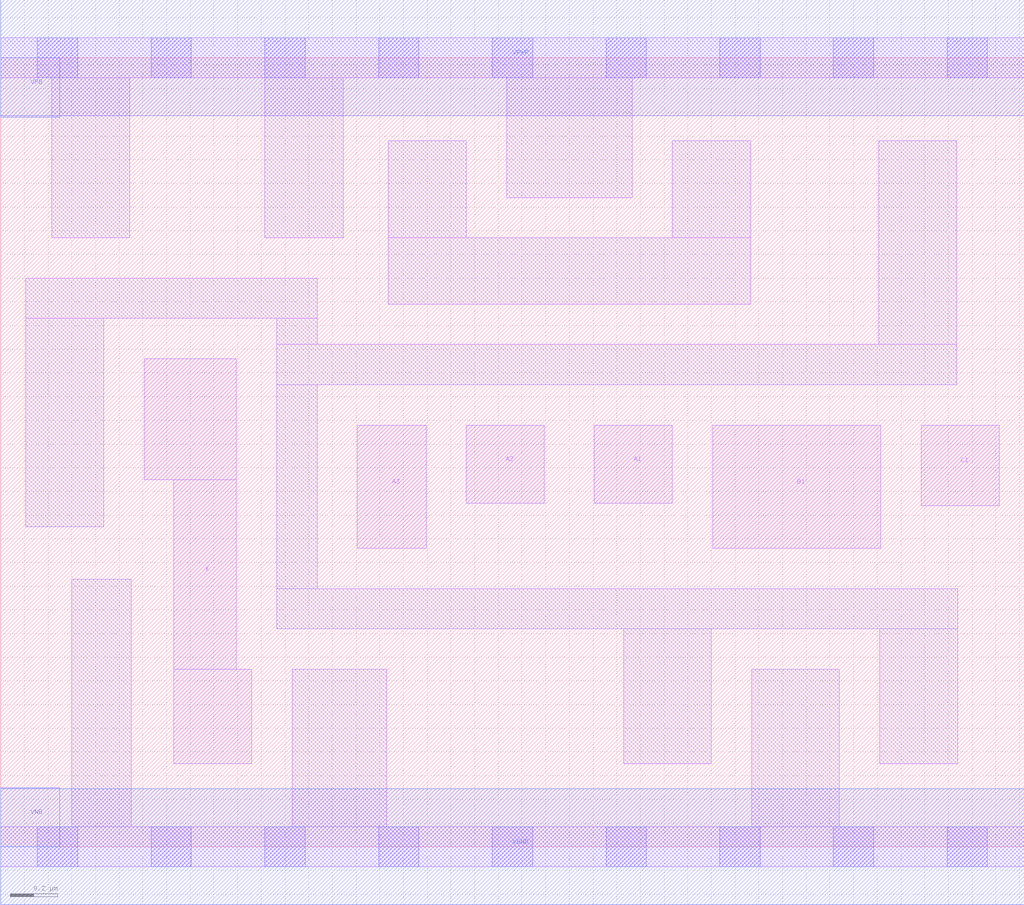
<source format=lef>
# Copyright 2020 The SkyWater PDK Authors
#
# Licensed under the Apache License, Version 2.0 (the "License");
# you may not use this file except in compliance with the License.
# You may obtain a copy of the License at
#
#     https://www.apache.org/licenses/LICENSE-2.0
#
# Unless required by applicable law or agreed to in writing, software
# distributed under the License is distributed on an "AS IS" BASIS,
# WITHOUT WARRANTIES OR CONDITIONS OF ANY KIND, either express or implied.
# See the License for the specific language governing permissions and
# limitations under the License.
#
# SPDX-License-Identifier: Apache-2.0

VERSION 5.5 ;
NAMESCASESENSITIVE ON ;
BUSBITCHARS "[]" ;
DIVIDERCHAR "/" ;
MACRO sky130_fd_sc_ms__a311o_2
  CLASS CORE ;
  SOURCE USER ;
  ORIGIN  0.000000  0.000000 ;
  SIZE  4.320000 BY  3.330000 ;
  SYMMETRY X Y ;
  SITE unit ;
  PIN A1
    ANTENNAGATEAREA  0.261000 ;
    DIRECTION INPUT ;
    USE SIGNAL ;
    PORT
      LAYER li1 ;
        RECT 2.505000 1.450000 2.835000 1.780000 ;
    END
  END A1
  PIN A2
    ANTENNAGATEAREA  0.261000 ;
    DIRECTION INPUT ;
    USE SIGNAL ;
    PORT
      LAYER li1 ;
        RECT 1.965000 1.450000 2.295000 1.780000 ;
    END
  END A2
  PIN A3
    ANTENNAGATEAREA  0.261000 ;
    DIRECTION INPUT ;
    USE SIGNAL ;
    PORT
      LAYER li1 ;
        RECT 1.505000 1.260000 1.795000 1.780000 ;
    END
  END A3
  PIN B1
    ANTENNAGATEAREA  0.261000 ;
    DIRECTION INPUT ;
    USE SIGNAL ;
    PORT
      LAYER li1 ;
        RECT 3.005000 1.260000 3.715000 1.780000 ;
    END
  END B1
  PIN C1
    ANTENNAGATEAREA  0.261000 ;
    DIRECTION INPUT ;
    USE SIGNAL ;
    PORT
      LAYER li1 ;
        RECT 3.885000 1.440000 4.215000 1.780000 ;
    END
  END C1
  PIN X
    ANTENNADIFFAREA  0.543200 ;
    DIRECTION OUTPUT ;
    USE SIGNAL ;
    PORT
      LAYER li1 ;
        RECT 0.605000 1.550000 0.995000 2.060000 ;
        RECT 0.730000 0.350000 1.060000 0.750000 ;
        RECT 0.730000 0.750000 0.995000 1.550000 ;
    END
  END X
  PIN VGND
    DIRECTION INOUT ;
    USE GROUND ;
    PORT
      LAYER met1 ;
        RECT 0.000000 -0.245000 4.320000 0.245000 ;
    END
  END VGND
  PIN VNB
    DIRECTION INOUT ;
    USE GROUND ;
    PORT
      LAYER met1 ;
        RECT 0.000000 0.000000 0.250000 0.250000 ;
    END
  END VNB
  PIN VPB
    DIRECTION INOUT ;
    USE POWER ;
    PORT
      LAYER met1 ;
        RECT 0.000000 3.080000 0.250000 3.330000 ;
    END
  END VPB
  PIN VPWR
    DIRECTION INOUT ;
    USE POWER ;
    PORT
      LAYER met1 ;
        RECT 0.000000 3.085000 4.320000 3.575000 ;
    END
  END VPWR
  OBS
    LAYER li1 ;
      RECT 0.000000 -0.085000 4.320000 0.085000 ;
      RECT 0.000000  3.245000 4.320000 3.415000 ;
      RECT 0.105000  1.350000 0.435000 2.230000 ;
      RECT 0.105000  2.230000 1.335000 2.400000 ;
      RECT 0.215000  2.570000 0.545000 3.245000 ;
      RECT 0.300000  0.085000 0.550000 1.130000 ;
      RECT 1.115000  2.570000 1.445000 3.245000 ;
      RECT 1.165000  0.920000 4.040000 1.090000 ;
      RECT 1.165000  1.090000 1.335000 1.950000 ;
      RECT 1.165000  1.950000 4.035000 2.120000 ;
      RECT 1.165000  2.120000 1.335000 2.230000 ;
      RECT 1.230000  0.085000 1.630000 0.750000 ;
      RECT 1.635000  2.290000 3.165000 2.570000 ;
      RECT 1.635000  2.570000 1.965000 2.980000 ;
      RECT 2.135000  2.740000 2.665000 3.245000 ;
      RECT 2.630000  0.350000 3.000000 0.920000 ;
      RECT 2.835000  2.570000 3.165000 2.980000 ;
      RECT 3.170000  0.085000 3.540000 0.750000 ;
      RECT 3.705000  2.120000 4.035000 2.980000 ;
      RECT 3.710000  0.350000 4.040000 0.920000 ;
    LAYER mcon ;
      RECT 0.155000 -0.085000 0.325000 0.085000 ;
      RECT 0.155000  3.245000 0.325000 3.415000 ;
      RECT 0.635000 -0.085000 0.805000 0.085000 ;
      RECT 0.635000  3.245000 0.805000 3.415000 ;
      RECT 1.115000 -0.085000 1.285000 0.085000 ;
      RECT 1.115000  3.245000 1.285000 3.415000 ;
      RECT 1.595000 -0.085000 1.765000 0.085000 ;
      RECT 1.595000  3.245000 1.765000 3.415000 ;
      RECT 2.075000 -0.085000 2.245000 0.085000 ;
      RECT 2.075000  3.245000 2.245000 3.415000 ;
      RECT 2.555000 -0.085000 2.725000 0.085000 ;
      RECT 2.555000  3.245000 2.725000 3.415000 ;
      RECT 3.035000 -0.085000 3.205000 0.085000 ;
      RECT 3.035000  3.245000 3.205000 3.415000 ;
      RECT 3.515000 -0.085000 3.685000 0.085000 ;
      RECT 3.515000  3.245000 3.685000 3.415000 ;
      RECT 3.995000 -0.085000 4.165000 0.085000 ;
      RECT 3.995000  3.245000 4.165000 3.415000 ;
  END
END sky130_fd_sc_ms__a311o_2

</source>
